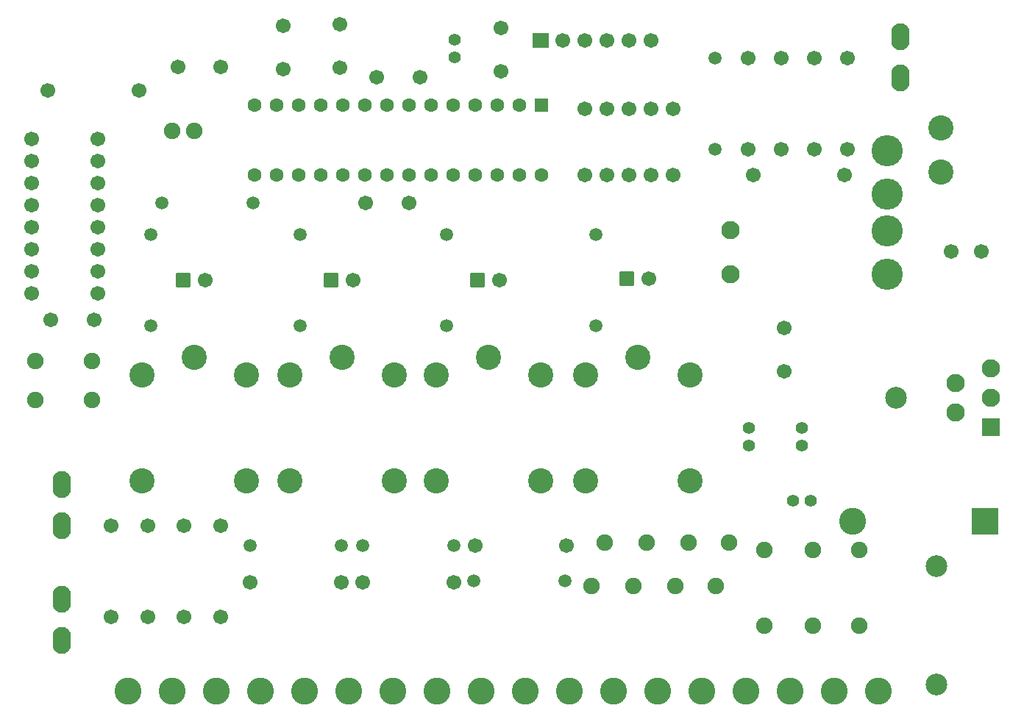
<source format=gts>
G04 Layer: TopSolderMaskLayer*
G04 EasyEDA v6.5.39, 2024-02-11 14:55:05*
G04 31a22d7060634c1a9507d93259deef13,6aaf4e428e1e4843910fb14260956013,10*
G04 Gerber Generator version 0.2*
G04 Scale: 100 percent, Rotated: No, Reflected: No *
G04 Dimensions in millimeters *
G04 leading zeros omitted , absolute positions ,4 integer and 5 decimal *
%FSLAX45Y45*%
%MOMM*%

%AMMACRO1*1,1,$1,$2,$3*1,1,$1,$4,$5*1,1,$1,0-$2,0-$3*1,1,$1,0-$4,0-$5*20,1,$1,$2,$3,$4,$5,0*20,1,$1,$4,$5,0-$2,0-$3,0*20,1,$1,0-$2,0-$3,0-$4,0-$5,0*20,1,$1,0-$4,0-$5,$2,$3,0*4,1,4,$2,$3,$4,$5,0-$2,0-$3,0-$4,0-$5,$2,$3,0*%
%ADD10C,1.7016*%
%ADD11C,1.4016*%
%ADD12C,2.1016*%
%ADD13C,3.1016*%
%ADD14C,2.9016*%
%ADD15C,2.8956*%
%ADD16C,1.9016*%
%ADD17C,2.5016*%
%ADD18MACRO1,0.1016X-1.5X1.5X1.5X1.5*%
%ADD19C,3.6000*%
%ADD20C,2.5000*%
%ADD21MACRO1,0.1016X-0.8X-0.8X0.8X-0.8*%
%ADD22C,1.9000*%
%ADD23MACRO1,0.1016X-0.9X0.8X0.9X0.8*%
%ADD24C,1.5016*%
%ADD25O,2.101596X3.1015939999999995*%
%ADD26MACRO1,0.1016X0.75X-0.75X-0.75X-0.75*%
%ADD27C,1.6016*%
%ADD28MACRO1,0.1016X1X-1X-1X-1*%
%ADD29C,0.0185*%

%LPD*%
D10*
G01*
X893013Y5308600D03*
G01*
X1393012Y5308600D03*
G01*
X3568700Y8195513D03*
G01*
X3568700Y8695512D03*
G01*
X4216400Y8708186D03*
G01*
X4216400Y8208187D03*
D11*
G01*
X5537200Y8332800D03*
G01*
X5537200Y8532799D03*
G01*
X9637699Y3225800D03*
G01*
X9437700Y3225800D03*
G01*
X9537700Y3862400D03*
G01*
X9537700Y4062399D03*
G01*
X8928100Y3862400D03*
G01*
X8928100Y4062399D03*
D10*
G01*
X11254993Y6096000D03*
G01*
X11605006Y6096000D03*
G01*
X6070600Y8670086D03*
G01*
X6070600Y8170087D03*
G01*
X5139486Y8102600D03*
G01*
X4639487Y8102600D03*
G01*
X4512513Y6654800D03*
G01*
X5012512Y6654800D03*
D12*
G01*
X8712200Y5829300D03*
G01*
X8712200Y6337300D03*
D13*
G01*
X1778000Y1028700D03*
G01*
X2286000Y1028700D03*
G01*
X2794000Y1028700D03*
G01*
X3302000Y1028700D03*
G01*
X3810000Y1028700D03*
G01*
X4318000Y1028700D03*
G01*
X4826000Y1028700D03*
G01*
X5334000Y1028700D03*
G01*
X5842000Y1028700D03*
G01*
X6350000Y1028700D03*
G01*
X6858000Y1028700D03*
G01*
X7366000Y1028700D03*
G01*
X7874000Y1028700D03*
G01*
X8382000Y1028700D03*
G01*
X8890000Y1028700D03*
G01*
X9398000Y1028700D03*
G01*
X9906000Y1028700D03*
G01*
X10414000Y1028700D03*
D14*
G01*
X11137900Y7010400D03*
G01*
X11137900Y7518400D03*
D15*
G01*
X3641852Y3455593D03*
G01*
X4241800Y4875606D03*
G01*
X4841798Y4675606D03*
G01*
X3641801Y4675606D03*
G01*
X4841747Y3455593D03*
G01*
X1940052Y3455593D03*
G01*
X2540000Y4875606D03*
G01*
X3139998Y4675606D03*
G01*
X1940001Y4675606D03*
G01*
X3139947Y3455593D03*
G01*
X7045452Y3455593D03*
G01*
X7645400Y4875606D03*
G01*
X8245398Y4675606D03*
G01*
X7045401Y4675606D03*
G01*
X8245347Y3455593D03*
G01*
X5330952Y3455593D03*
G01*
X5930900Y4875606D03*
G01*
X6530898Y4675606D03*
G01*
X5330901Y4675606D03*
G01*
X6530847Y3455593D03*
D16*
G01*
X9105900Y1787499D03*
G01*
X9105900Y2657500D03*
G01*
X9664700Y1787499D03*
G01*
X9664700Y2657500D03*
G01*
X10198100Y1787499D03*
G01*
X10198100Y2657500D03*
D17*
G01*
X11087100Y1110691D03*
G01*
X11087100Y2470708D03*
D18*
G01*
X11645900Y2984500D03*
D13*
G01*
X10121900Y2984500D03*
D19*
G01*
X10515600Y7250506D03*
G01*
X10515600Y6750507D03*
G01*
X10515600Y6330518D03*
G01*
X10515600Y5830519D03*
D20*
G01*
X10617200Y4406900D03*
D21*
G01*
X4114800Y5765800D03*
D10*
G01*
X4368800Y5765800D03*
D21*
G01*
X7518400Y5778500D03*
D10*
G01*
X7772400Y5778500D03*
D21*
G01*
X5803900Y5765800D03*
D10*
G01*
X6057900Y5765800D03*
D21*
G01*
X2413000Y5765800D03*
D10*
G01*
X2667000Y5765800D03*
D22*
G01*
X2286000Y7480300D03*
G01*
X2540000Y7480300D03*
D10*
G01*
X7797800Y8521700D03*
G01*
X7543800Y8521700D03*
G01*
X7289800Y8521700D03*
G01*
X7035800Y8521700D03*
G01*
X6781800Y8521700D03*
D23*
G01*
X6527800Y8521700D03*
D10*
G01*
X859307Y7950200D03*
G01*
X1909318Y7950200D03*
G01*
X10058400Y7272807D03*
G01*
X10058400Y8322818D03*
G01*
X9677400Y7272807D03*
G01*
X9677400Y8322818D03*
G01*
X9296400Y7272807D03*
G01*
X9296400Y8322818D03*
G01*
X8915400Y7272807D03*
G01*
X8915400Y8322818D03*
G01*
X2844800Y1888007D03*
G01*
X2844800Y2938018D03*
G01*
X2425700Y1888007D03*
G01*
X2425700Y2938018D03*
G01*
X2006600Y1888007D03*
G01*
X2006600Y2938018D03*
G01*
X8974607Y6972300D03*
G01*
X10024618Y6972300D03*
G01*
X1587500Y1888007D03*
G01*
X1587500Y2938018D03*
D24*
G01*
X2167407Y6654800D03*
G01*
X3217392Y6654800D03*
G01*
X3759200Y5240807D03*
G01*
X3759200Y6290792D03*
G01*
X7162800Y5240807D03*
G01*
X7162800Y6290792D03*
G01*
X5448300Y5240807D03*
G01*
X5448300Y6290792D03*
G01*
X2044700Y5240807D03*
G01*
X2044700Y6290792D03*
D16*
G01*
X8548293Y2239213D03*
G01*
X8698306Y2739212D03*
G01*
X7113193Y2239213D03*
G01*
X7263206Y2739212D03*
G01*
X7595793Y2239213D03*
G01*
X7745806Y2739212D03*
G01*
X8078393Y2239213D03*
G01*
X8228406Y2739212D03*
D10*
G01*
X6824192Y2705100D03*
G01*
X5774181Y2705100D03*
G01*
X5528792Y2286000D03*
G01*
X4478781Y2286000D03*
G01*
X4233392Y2286000D03*
G01*
X3183381Y2286000D03*
D24*
G01*
X8534400Y7272807D03*
G01*
X8534400Y8322792D03*
G01*
X5761507Y2298700D03*
G01*
X6811492Y2298700D03*
G01*
X5528792Y2705100D03*
G01*
X4478807Y2705100D03*
G01*
X3183407Y2705100D03*
G01*
X4233392Y2705100D03*
D10*
G01*
X8051800Y7734300D03*
G01*
X8051800Y6972300D03*
G01*
X7797800Y7734300D03*
G01*
X7797800Y6972300D03*
G01*
X7543800Y7734300D03*
G01*
X7543800Y6972300D03*
G01*
X7035800Y7734300D03*
G01*
X7289800Y7734300D03*
G01*
X7289800Y6972300D03*
G01*
X7035800Y6972300D03*
D16*
G01*
X716406Y4835093D03*
G01*
X1366393Y4835093D03*
G01*
X716406Y4385106D03*
G01*
X1366393Y4385106D03*
D25*
G01*
X1016000Y3410000D03*
G01*
X1016000Y2939999D03*
G01*
X10668000Y8566200D03*
G01*
X10668000Y8096199D03*
G01*
X1016000Y2089200D03*
G01*
X1016000Y1619199D03*
D26*
G01*
X6540500Y7778699D03*
D27*
G01*
X6286500Y7778699D03*
G01*
X6032500Y7778699D03*
G01*
X5778500Y7778699D03*
G01*
X5524500Y7778699D03*
G01*
X5270500Y7778699D03*
G01*
X5016500Y7778699D03*
G01*
X4762500Y7778699D03*
G01*
X4508500Y7778699D03*
G01*
X4254500Y7778699D03*
G01*
X4000500Y7778699D03*
G01*
X3746500Y7778699D03*
G01*
X3492500Y7778699D03*
G01*
X3238500Y7778699D03*
G01*
X6540500Y6978700D03*
G01*
X6286500Y6978700D03*
G01*
X6032500Y6978700D03*
G01*
X5778500Y6978700D03*
G01*
X5524500Y6978700D03*
G01*
X5270500Y6978700D03*
G01*
X5016500Y6978700D03*
G01*
X4762500Y6978700D03*
G01*
X4508500Y6978700D03*
G01*
X4254500Y6978700D03*
G01*
X4000500Y6978700D03*
G01*
X3746500Y6978700D03*
G01*
X3492500Y6978700D03*
G01*
X3238500Y6978700D03*
D12*
G01*
X11708663Y4746904D03*
G01*
X11303736Y4576902D03*
G01*
X11708663Y4406900D03*
G01*
X11303736Y4236897D03*
D28*
G01*
X11708653Y4066900D03*
D10*
G01*
X673100Y7391400D03*
G01*
X673100Y7137400D03*
G01*
X673100Y6883400D03*
G01*
X673100Y6629400D03*
G01*
X673100Y6375400D03*
G01*
X673100Y6121400D03*
G01*
X673100Y5867400D03*
G01*
X673100Y5613400D03*
G01*
X1435100Y5613400D03*
G01*
X1435100Y5867400D03*
G01*
X1435100Y6121400D03*
G01*
X1435100Y6375400D03*
G01*
X1435100Y6629400D03*
G01*
X1435100Y6883400D03*
G01*
X1435100Y7137400D03*
G01*
X1435100Y7391400D03*
G01*
X2848508Y8216900D03*
G01*
X2358491Y8216900D03*
G01*
X9334525Y4715687D03*
G01*
X9334525Y5215686D03*
M02*

</source>
